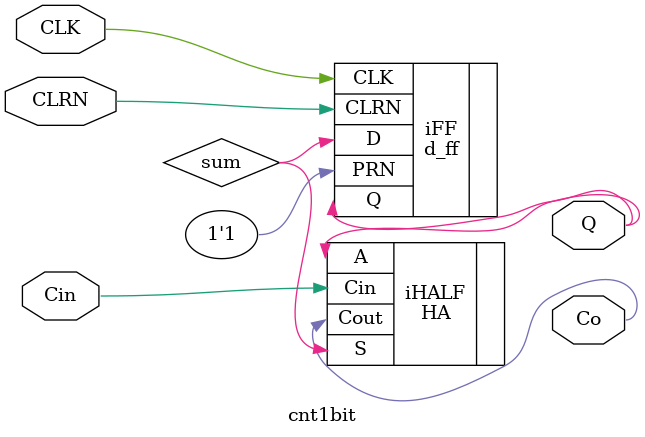
<source format=sv>
module cnt1bit(
  input CLK,	// system clock
  input CLRN,	// asynch active low clear
  input Cin,	// Carry from previous bit
  output Q,		// incremented, flopped output bit
  output Co		// carry to the next bit
);

  //////////////////////////////////////////
  // Declare any needed internal signals //
  ////////////////////////////////////////
  logic sum;
  
  /////////////////////////////
  // Instantiate Half Adder //
  ///////////////////////////
  HA iHALF(.A(Q), .Cin(Cin), .S(sum), .Cout(Co));
  
  //////////////////////////////
  // Instantiate simple flop //
  ////////////////////////////
  d_ff iFF(.CLK(CLK), .D(sum), .CLRN(CLRN), .PRN(1'b1), .Q(Q));
  
endmodule
</source>
